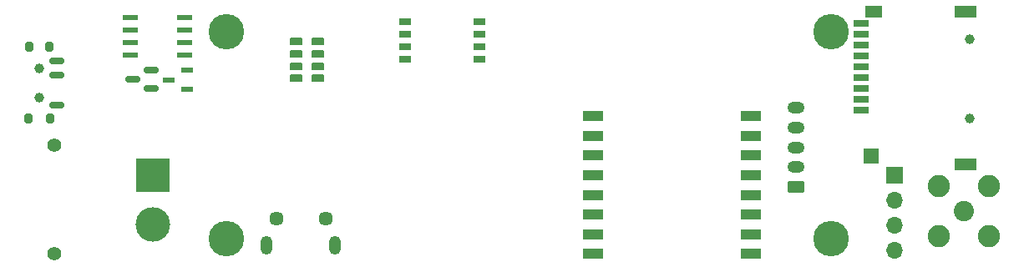
<source format=gbr>
%TF.GenerationSoftware,KiCad,Pcbnew,(6.0.2)*%
%TF.CreationDate,2022-03-31T19:26:32+11:00*%
%TF.ProjectId,Liaka_V3,4c69616b-615f-4563-932e-6b696361645f,2.0*%
%TF.SameCoordinates,Original*%
%TF.FileFunction,Soldermask,Bot*%
%TF.FilePolarity,Negative*%
%FSLAX46Y46*%
G04 Gerber Fmt 4.6, Leading zero omitted, Abs format (unit mm)*
G04 Created by KiCad (PCBNEW (6.0.2)) date 2022-03-31 19:26:32*
%MOMM*%
%LPD*%
G01*
G04 APERTURE LIST*
G04 Aperture macros list*
%AMRoundRect*
0 Rectangle with rounded corners*
0 $1 Rounding radius*
0 $2 $3 $4 $5 $6 $7 $8 $9 X,Y pos of 4 corners*
0 Add a 4 corners polygon primitive as box body*
4,1,4,$2,$3,$4,$5,$6,$7,$8,$9,$2,$3,0*
0 Add four circle primitives for the rounded corners*
1,1,$1+$1,$2,$3*
1,1,$1+$1,$4,$5*
1,1,$1+$1,$6,$7*
1,1,$1+$1,$8,$9*
0 Add four rect primitives between the rounded corners*
20,1,$1+$1,$2,$3,$4,$5,0*
20,1,$1+$1,$4,$5,$6,$7,0*
20,1,$1+$1,$6,$7,$8,$9,0*
20,1,$1+$1,$8,$9,$2,$3,0*%
G04 Aperture macros list end*
%ADD10C,0.152400*%
%ADD11C,3.600000*%
%ADD12C,1.400000*%
%ADD13R,3.500000X3.500000*%
%ADD14C,3.500000*%
%ADD15R,1.700000X1.700000*%
%ADD16O,1.700000X1.700000*%
%ADD17C,2.050000*%
%ADD18C,2.250000*%
%ADD19RoundRect,0.250000X0.625000X-0.350000X0.625000X0.350000X-0.625000X0.350000X-0.625000X-0.350000X0*%
%ADD20O,1.750000X1.200000*%
%ADD21C,1.450000*%
%ADD22O,1.200000X1.900000*%
%ADD23C,1.000000*%
%ADD24R,1.600000X0.700000*%
%ADD25R,1.500000X1.600000*%
%ADD26R,2.200000X1.200000*%
%ADD27R,1.800000X1.200000*%
%ADD28RoundRect,0.150000X0.587500X0.150000X-0.587500X0.150000X-0.587500X-0.150000X0.587500X-0.150000X0*%
%ADD29R,1.092200X0.609600*%
%ADD30R,1.250000X0.650000*%
%ADD31RoundRect,0.200000X0.200000X-0.300000X0.200000X0.300000X-0.200000X0.300000X-0.200000X-0.300000X0*%
%ADD32RoundRect,0.175000X0.575000X-0.175000X0.575000X0.175000X-0.575000X0.175000X-0.575000X-0.175000X0*%
%ADD33R,1.300000X0.599999*%
%ADD34R,2.000000X1.000000*%
%ADD35R,1.520000X0.599999*%
G04 APERTURE END LIST*
D10*
%TO.C,U2*%
X137718900Y-85989000D02*
X137718900Y-86598600D01*
X135518900Y-89098600D02*
X134426700Y-89098600D01*
X134426700Y-89098600D02*
X134426700Y-88489000D01*
X137718900Y-87239000D02*
X137718900Y-87848600D01*
X136626700Y-84739000D02*
X137718900Y-84739000D01*
X135518900Y-84739000D02*
X135518900Y-85348600D01*
X136626700Y-85989000D02*
X137718900Y-85989000D01*
X137718900Y-84739000D02*
X137718900Y-85348600D01*
X135518900Y-87239000D02*
X135518900Y-87848600D01*
X136626700Y-87848600D02*
X136626700Y-87239000D01*
X136626700Y-85348600D02*
X136626700Y-84739000D01*
X136626700Y-87239000D02*
X137718900Y-87239000D01*
X136626700Y-88489000D02*
X137718900Y-88489000D01*
X135518900Y-87848600D02*
X134426700Y-87848600D01*
X134426700Y-88489000D02*
X135518900Y-88489000D01*
X135518900Y-85348600D02*
X134426700Y-85348600D01*
X135518900Y-85989000D02*
X135518900Y-86598600D01*
X134426700Y-85989000D02*
X135518900Y-85989000D01*
X136626700Y-86598600D02*
X136626700Y-85989000D01*
X137718900Y-88489000D02*
X137718900Y-89098600D01*
X136626700Y-89098600D02*
X136626700Y-88489000D01*
X134426700Y-84739000D02*
X135518900Y-84739000D01*
X134426700Y-87848600D02*
X134426700Y-87239000D01*
X135518900Y-86598600D02*
X134426700Y-86598600D01*
X137718900Y-86598600D02*
X136626700Y-86598600D01*
X134426700Y-86598600D02*
X134426700Y-85989000D01*
X137718900Y-89098600D02*
X136626700Y-89098600D01*
X135518900Y-88489000D02*
X135518900Y-89098600D01*
X134426700Y-87239000D02*
X135518900Y-87239000D01*
X134426700Y-85348600D02*
X134426700Y-84739000D01*
X137718900Y-85348600D02*
X136626700Y-85348600D01*
X137718900Y-87848600D02*
X136626700Y-87848600D01*
%TD*%
D11*
%TO.C,H1*%
X127980000Y-84032000D03*
%TD*%
%TO.C,H3*%
X189230000Y-84032000D03*
%TD*%
%TO.C,H4*%
X189230000Y-105032000D03*
%TD*%
D12*
%TO.C,J2*%
X110483000Y-106592000D03*
X110483000Y-95592000D03*
D13*
X120483000Y-98592000D03*
D14*
X120483000Y-103592000D03*
%TD*%
D15*
%TO.C,J4*%
X195707000Y-98612800D03*
D16*
X195707000Y-101152800D03*
X195707000Y-103692800D03*
X195707000Y-106232800D03*
%TD*%
D17*
%TO.C,J1*%
X202666600Y-102285800D03*
D18*
X200126600Y-104825800D03*
X205206600Y-104825800D03*
X200126600Y-99745800D03*
X205206600Y-99745800D03*
%TD*%
D11*
%TO.C,H2*%
X127980000Y-105032000D03*
%TD*%
D19*
%TO.C,J3*%
X185682800Y-99808800D03*
D20*
X185682800Y-97808800D03*
X185682800Y-95808800D03*
X185682800Y-93808800D03*
X185682800Y-91808800D03*
%TD*%
D21*
%TO.C,J5*%
X137983600Y-103033100D03*
X132983600Y-103033100D03*
D22*
X131983600Y-105733100D03*
X138983600Y-105733100D03*
%TD*%
D23*
%TO.C,J7*%
X203284000Y-92856570D03*
X203284000Y-84856570D03*
D24*
X192284000Y-92056570D03*
X192284000Y-90956570D03*
X192284000Y-89856570D03*
X192284000Y-88756570D03*
X192284000Y-87656570D03*
X192284000Y-86556570D03*
X192284000Y-85456570D03*
X192284000Y-84356570D03*
X192284000Y-83256570D03*
D25*
X193334000Y-96656570D03*
D26*
X202884000Y-97556570D03*
X202884000Y-82056570D03*
D27*
X193584000Y-82056570D03*
%TD*%
D28*
%TO.C,Q3*%
X120317500Y-87950000D03*
X120317500Y-89850000D03*
X118442500Y-88900000D03*
%TD*%
D29*
%TO.C,U2*%
X137172800Y-85043800D03*
X137172800Y-86293800D03*
X137172800Y-87543800D03*
X137172800Y-88793800D03*
X134972800Y-88793800D03*
X134972800Y-87543800D03*
X134972800Y-86293800D03*
X134972800Y-85043800D03*
%TD*%
D30*
%TO.C,IC1*%
X153584600Y-83032600D03*
X153584600Y-84302600D03*
X153584600Y-85572600D03*
X153584600Y-86842600D03*
X146084600Y-86842600D03*
X146084600Y-85572600D03*
X146084600Y-84302600D03*
X146084600Y-83032600D03*
%TD*%
D23*
%TO.C,SW1*%
X108966000Y-87755600D03*
D31*
X107866000Y-92905600D03*
X107966000Y-85605600D03*
X110066000Y-92905600D03*
D23*
X108966000Y-90755600D03*
D31*
X109966000Y-85605600D03*
D32*
X110716000Y-91505600D03*
X110716000Y-88505600D03*
X110716000Y-87005600D03*
%TD*%
D33*
%TO.C,U6*%
X123997601Y-87990799D03*
X123997601Y-89910801D03*
X122077599Y-88950799D03*
%TD*%
D34*
%TO.C,U4*%
X181126400Y-92618800D03*
X181126400Y-94618800D03*
X181126400Y-96618800D03*
X181126400Y-98618800D03*
X181126400Y-100618800D03*
X181126400Y-102618800D03*
X181126400Y-104618800D03*
X181126400Y-106618800D03*
X165126400Y-106618800D03*
X165126400Y-104618800D03*
X165126400Y-102618800D03*
X165126400Y-100618800D03*
X165126400Y-98618800D03*
X165126400Y-96618800D03*
X165126400Y-94618800D03*
X165126400Y-92618800D03*
%TD*%
D35*
%TO.C,U5*%
X123694800Y-82626200D03*
X123694800Y-83896200D03*
X123694800Y-85166200D03*
X123694800Y-86436200D03*
X118214800Y-86436200D03*
X118214800Y-85166200D03*
X118214800Y-83896200D03*
X118214800Y-82626200D03*
%TD*%
M02*

</source>
